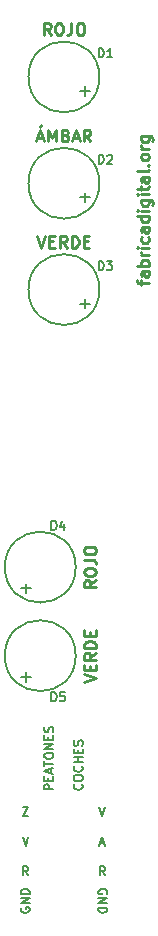
<source format=gto>
G04 #@! TF.FileFunction,Legend,Top*
%FSLAX46Y46*%
G04 Gerber Fmt 4.6, Leading zero omitted, Abs format (unit mm)*
G04 Created by KiCad (PCBNEW 4.0.6-e0-6349~53~ubuntu16.04.1) date Fri Mar 24 12:12:28 2017*
%MOMM*%
%LPD*%
G01*
G04 APERTURE LIST*
%ADD10C,0.100000*%
%ADD11C,0.250000*%
%ADD12C,0.187500*%
%ADD13C,0.180000*%
%ADD14C,0.150000*%
G04 APERTURE END LIST*
D10*
D11*
X10535714Y54392857D02*
X10535714Y54773809D01*
X11202381Y54535714D02*
X10345238Y54535714D01*
X10250000Y54583333D01*
X10202381Y54678571D01*
X10202381Y54773809D01*
X11202381Y55535715D02*
X10678571Y55535715D01*
X10583333Y55488096D01*
X10535714Y55392858D01*
X10535714Y55202381D01*
X10583333Y55107143D01*
X11154762Y55535715D02*
X11202381Y55440477D01*
X11202381Y55202381D01*
X11154762Y55107143D01*
X11059524Y55059524D01*
X10964286Y55059524D01*
X10869048Y55107143D01*
X10821429Y55202381D01*
X10821429Y55440477D01*
X10773810Y55535715D01*
X11202381Y56011905D02*
X10202381Y56011905D01*
X10583333Y56011905D02*
X10535714Y56107143D01*
X10535714Y56297620D01*
X10583333Y56392858D01*
X10630952Y56440477D01*
X10726190Y56488096D01*
X11011905Y56488096D01*
X11107143Y56440477D01*
X11154762Y56392858D01*
X11202381Y56297620D01*
X11202381Y56107143D01*
X11154762Y56011905D01*
X11202381Y56916667D02*
X10535714Y56916667D01*
X10726190Y56916667D02*
X10630952Y56964286D01*
X10583333Y57011905D01*
X10535714Y57107143D01*
X10535714Y57202382D01*
X11202381Y57535715D02*
X10535714Y57535715D01*
X10202381Y57535715D02*
X10250000Y57488096D01*
X10297619Y57535715D01*
X10250000Y57583334D01*
X10202381Y57535715D01*
X10297619Y57535715D01*
X11154762Y58440477D02*
X11202381Y58345239D01*
X11202381Y58154762D01*
X11154762Y58059524D01*
X11107143Y58011905D01*
X11011905Y57964286D01*
X10726190Y57964286D01*
X10630952Y58011905D01*
X10583333Y58059524D01*
X10535714Y58154762D01*
X10535714Y58345239D01*
X10583333Y58440477D01*
X11202381Y59297620D02*
X10678571Y59297620D01*
X10583333Y59250001D01*
X10535714Y59154763D01*
X10535714Y58964286D01*
X10583333Y58869048D01*
X11154762Y59297620D02*
X11202381Y59202382D01*
X11202381Y58964286D01*
X11154762Y58869048D01*
X11059524Y58821429D01*
X10964286Y58821429D01*
X10869048Y58869048D01*
X10821429Y58964286D01*
X10821429Y59202382D01*
X10773810Y59297620D01*
X11202381Y60202382D02*
X10202381Y60202382D01*
X11154762Y60202382D02*
X11202381Y60107144D01*
X11202381Y59916667D01*
X11154762Y59821429D01*
X11107143Y59773810D01*
X11011905Y59726191D01*
X10726190Y59726191D01*
X10630952Y59773810D01*
X10583333Y59821429D01*
X10535714Y59916667D01*
X10535714Y60107144D01*
X10583333Y60202382D01*
X11202381Y60678572D02*
X10535714Y60678572D01*
X10202381Y60678572D02*
X10250000Y60630953D01*
X10297619Y60678572D01*
X10250000Y60726191D01*
X10202381Y60678572D01*
X10297619Y60678572D01*
X10535714Y61583334D02*
X11345238Y61583334D01*
X11440476Y61535715D01*
X11488095Y61488096D01*
X11535714Y61392857D01*
X11535714Y61250000D01*
X11488095Y61154762D01*
X11154762Y61583334D02*
X11202381Y61488096D01*
X11202381Y61297619D01*
X11154762Y61202381D01*
X11107143Y61154762D01*
X11011905Y61107143D01*
X10726190Y61107143D01*
X10630952Y61154762D01*
X10583333Y61202381D01*
X10535714Y61297619D01*
X10535714Y61488096D01*
X10583333Y61583334D01*
X11202381Y62059524D02*
X10535714Y62059524D01*
X10202381Y62059524D02*
X10250000Y62011905D01*
X10297619Y62059524D01*
X10250000Y62107143D01*
X10202381Y62059524D01*
X10297619Y62059524D01*
X10535714Y62392857D02*
X10535714Y62773809D01*
X10202381Y62535714D02*
X11059524Y62535714D01*
X11154762Y62583333D01*
X11202381Y62678571D01*
X11202381Y62773809D01*
X11202381Y63535715D02*
X10678571Y63535715D01*
X10583333Y63488096D01*
X10535714Y63392858D01*
X10535714Y63202381D01*
X10583333Y63107143D01*
X11154762Y63535715D02*
X11202381Y63440477D01*
X11202381Y63202381D01*
X11154762Y63107143D01*
X11059524Y63059524D01*
X10964286Y63059524D01*
X10869048Y63107143D01*
X10821429Y63202381D01*
X10821429Y63440477D01*
X10773810Y63535715D01*
X11202381Y64154762D02*
X11154762Y64059524D01*
X11059524Y64011905D01*
X10202381Y64011905D01*
X11107143Y64535715D02*
X11154762Y64583334D01*
X11202381Y64535715D01*
X11154762Y64488096D01*
X11107143Y64535715D01*
X11202381Y64535715D01*
X11202381Y65154762D02*
X11154762Y65059524D01*
X11107143Y65011905D01*
X11011905Y64964286D01*
X10726190Y64964286D01*
X10630952Y65011905D01*
X10583333Y65059524D01*
X10535714Y65154762D01*
X10535714Y65297620D01*
X10583333Y65392858D01*
X10630952Y65440477D01*
X10726190Y65488096D01*
X11011905Y65488096D01*
X11107143Y65440477D01*
X11154762Y65392858D01*
X11202381Y65297620D01*
X11202381Y65154762D01*
X11202381Y65916667D02*
X10535714Y65916667D01*
X10726190Y65916667D02*
X10630952Y65964286D01*
X10583333Y66011905D01*
X10535714Y66107143D01*
X10535714Y66202382D01*
X10535714Y66964287D02*
X11345238Y66964287D01*
X11440476Y66916668D01*
X11488095Y66869049D01*
X11535714Y66773810D01*
X11535714Y66630953D01*
X11488095Y66535715D01*
X11154762Y66964287D02*
X11202381Y66869049D01*
X11202381Y66678572D01*
X11154762Y66583334D01*
X11107143Y66535715D01*
X11011905Y66488096D01*
X10726190Y66488096D01*
X10630952Y66535715D01*
X10583333Y66583334D01*
X10535714Y66678572D01*
X10535714Y66869049D01*
X10583333Y66964287D01*
D12*
X500000Y10160714D02*
X1000000Y10160714D01*
X500000Y9410714D01*
X1000000Y9410714D01*
X5517857Y12107143D02*
X5553571Y12071429D01*
X5589286Y11964286D01*
X5589286Y11892857D01*
X5553571Y11785714D01*
X5482143Y11714286D01*
X5410714Y11678571D01*
X5267857Y11642857D01*
X5160714Y11642857D01*
X5017857Y11678571D01*
X4946429Y11714286D01*
X4875000Y11785714D01*
X4839286Y11892857D01*
X4839286Y11964286D01*
X4875000Y12071429D01*
X4910714Y12107143D01*
X4839286Y12571429D02*
X4839286Y12714286D01*
X4875000Y12785714D01*
X4946429Y12857143D01*
X5089286Y12892857D01*
X5339286Y12892857D01*
X5482143Y12857143D01*
X5553571Y12785714D01*
X5589286Y12714286D01*
X5589286Y12571429D01*
X5553571Y12500000D01*
X5482143Y12428571D01*
X5339286Y12392857D01*
X5089286Y12392857D01*
X4946429Y12428571D01*
X4875000Y12500000D01*
X4839286Y12571429D01*
X5517857Y13642857D02*
X5553571Y13607143D01*
X5589286Y13500000D01*
X5589286Y13428571D01*
X5553571Y13321428D01*
X5482143Y13250000D01*
X5410714Y13214285D01*
X5267857Y13178571D01*
X5160714Y13178571D01*
X5017857Y13214285D01*
X4946429Y13250000D01*
X4875000Y13321428D01*
X4839286Y13428571D01*
X4839286Y13500000D01*
X4875000Y13607143D01*
X4910714Y13642857D01*
X5589286Y13964285D02*
X4839286Y13964285D01*
X5196429Y13964285D02*
X5196429Y14392857D01*
X5589286Y14392857D02*
X4839286Y14392857D01*
X5196429Y14749999D02*
X5196429Y14999999D01*
X5589286Y15107142D02*
X5589286Y14749999D01*
X4839286Y14749999D01*
X4839286Y15107142D01*
X5553571Y15392856D02*
X5589286Y15499999D01*
X5589286Y15678570D01*
X5553571Y15749999D01*
X5517857Y15785713D01*
X5446429Y15821428D01*
X5375000Y15821428D01*
X5303571Y15785713D01*
X5267857Y15749999D01*
X5232143Y15678570D01*
X5196429Y15535713D01*
X5160714Y15464285D01*
X5125000Y15428570D01*
X5053571Y15392856D01*
X4982143Y15392856D01*
X4910714Y15428570D01*
X4875000Y15464285D01*
X4839286Y15535713D01*
X4839286Y15714285D01*
X4875000Y15821428D01*
X7625000Y2821428D02*
X7660714Y2892857D01*
X7660714Y3000000D01*
X7625000Y3107143D01*
X7553571Y3178571D01*
X7482143Y3214286D01*
X7339286Y3250000D01*
X7232143Y3250000D01*
X7089286Y3214286D01*
X7017857Y3178571D01*
X6946429Y3107143D01*
X6910714Y3000000D01*
X6910714Y2928571D01*
X6946429Y2821428D01*
X6982143Y2785714D01*
X7232143Y2785714D01*
X7232143Y2928571D01*
X6910714Y2464286D02*
X7660714Y2464286D01*
X6910714Y2035714D01*
X7660714Y2035714D01*
X6910714Y1678572D02*
X7660714Y1678572D01*
X7660714Y1500000D01*
X7625000Y1392857D01*
X7553571Y1321429D01*
X7482143Y1285714D01*
X7339286Y1250000D01*
X7232143Y1250000D01*
X7089286Y1285714D01*
X7017857Y1321429D01*
X6946429Y1392857D01*
X6910714Y1500000D01*
X6910714Y1678572D01*
X375000Y1678572D02*
X339286Y1607143D01*
X339286Y1500000D01*
X375000Y1392857D01*
X446429Y1321429D01*
X517857Y1285714D01*
X660714Y1250000D01*
X767857Y1250000D01*
X910714Y1285714D01*
X982143Y1321429D01*
X1053571Y1392857D01*
X1089286Y1500000D01*
X1089286Y1571429D01*
X1053571Y1678572D01*
X1017857Y1714286D01*
X767857Y1714286D01*
X767857Y1571429D01*
X1089286Y2035714D02*
X339286Y2035714D01*
X1089286Y2464286D01*
X339286Y2464286D01*
X1089286Y2821428D02*
X339286Y2821428D01*
X339286Y3000000D01*
X375000Y3107143D01*
X446429Y3178571D01*
X517857Y3214286D01*
X660714Y3250000D01*
X767857Y3250000D01*
X910714Y3214286D01*
X982143Y3178571D01*
X1053571Y3107143D01*
X1089286Y3000000D01*
X1089286Y2821428D01*
X7071429Y7125000D02*
X7428572Y7125000D01*
X7000001Y6910714D02*
X7250001Y7660714D01*
X7500001Y6910714D01*
X7482143Y4410714D02*
X7232143Y4767857D01*
X7053571Y4410714D02*
X7053571Y5160714D01*
X7339286Y5160714D01*
X7410714Y5125000D01*
X7446429Y5089286D01*
X7482143Y5017857D01*
X7482143Y4910714D01*
X7446429Y4839286D01*
X7410714Y4803571D01*
X7339286Y4767857D01*
X7053571Y4767857D01*
X7000001Y10160714D02*
X7250001Y9410714D01*
X7500001Y10160714D01*
X982143Y4410714D02*
X732143Y4767857D01*
X553571Y4410714D02*
X553571Y5160714D01*
X839286Y5160714D01*
X910714Y5125000D01*
X946429Y5089286D01*
X982143Y5017857D01*
X982143Y4910714D01*
X946429Y4839286D01*
X910714Y4803571D01*
X839286Y4767857D01*
X553571Y4767857D01*
X500001Y7660714D02*
X750001Y6910714D01*
X1000001Y7660714D01*
X3089286Y11678571D02*
X2339286Y11678571D01*
X2339286Y11964286D01*
X2375000Y12035714D01*
X2410714Y12071429D01*
X2482143Y12107143D01*
X2589286Y12107143D01*
X2660714Y12071429D01*
X2696429Y12035714D01*
X2732143Y11964286D01*
X2732143Y11678571D01*
X2696429Y12428571D02*
X2696429Y12678571D01*
X3089286Y12785714D02*
X3089286Y12428571D01*
X2339286Y12428571D01*
X2339286Y12785714D01*
X2875000Y13071428D02*
X2875000Y13428571D01*
X3089286Y13000000D02*
X2339286Y13250000D01*
X3089286Y13500000D01*
X2339286Y13642857D02*
X2339286Y14071428D01*
X3089286Y13857142D02*
X2339286Y13857142D01*
X2339286Y14464286D02*
X2339286Y14607143D01*
X2375000Y14678571D01*
X2446429Y14750000D01*
X2589286Y14785714D01*
X2839286Y14785714D01*
X2982143Y14750000D01*
X3053571Y14678571D01*
X3089286Y14607143D01*
X3089286Y14464286D01*
X3053571Y14392857D01*
X2982143Y14321428D01*
X2839286Y14285714D01*
X2589286Y14285714D01*
X2446429Y14321428D01*
X2375000Y14392857D01*
X2339286Y14464286D01*
X3089286Y15107142D02*
X2339286Y15107142D01*
X3089286Y15535714D01*
X2339286Y15535714D01*
X2696429Y15892856D02*
X2696429Y16142856D01*
X3089286Y16249999D02*
X3089286Y15892856D01*
X2339286Y15892856D01*
X2339286Y16249999D01*
X3053571Y16535713D02*
X3089286Y16642856D01*
X3089286Y16821427D01*
X3053571Y16892856D01*
X3017857Y16928570D01*
X2946429Y16964285D01*
X2875000Y16964285D01*
X2803571Y16928570D01*
X2767857Y16892856D01*
X2732143Y16821427D01*
X2696429Y16678570D01*
X2660714Y16607142D01*
X2625000Y16571427D01*
X2553571Y16535713D01*
X2482143Y16535713D01*
X2410714Y16571427D01*
X2375000Y16607142D01*
X2339286Y16678570D01*
X2339286Y16857142D01*
X2375000Y16964285D01*
D11*
X5702381Y20761905D02*
X6702381Y21095238D01*
X5702381Y21428572D01*
X6178571Y21761905D02*
X6178571Y22095239D01*
X6702381Y22238096D02*
X6702381Y21761905D01*
X5702381Y21761905D01*
X5702381Y22238096D01*
X6702381Y23238096D02*
X6226190Y22904762D01*
X6702381Y22666667D02*
X5702381Y22666667D01*
X5702381Y23047620D01*
X5750000Y23142858D01*
X5797619Y23190477D01*
X5892857Y23238096D01*
X6035714Y23238096D01*
X6130952Y23190477D01*
X6178571Y23142858D01*
X6226190Y23047620D01*
X6226190Y22666667D01*
X6702381Y23666667D02*
X5702381Y23666667D01*
X5702381Y23904762D01*
X5750000Y24047620D01*
X5845238Y24142858D01*
X5940476Y24190477D01*
X6130952Y24238096D01*
X6273810Y24238096D01*
X6464286Y24190477D01*
X6559524Y24142858D01*
X6654762Y24047620D01*
X6702381Y23904762D01*
X6702381Y23666667D01*
X6178571Y24666667D02*
X6178571Y25000001D01*
X6702381Y25142858D02*
X6702381Y24666667D01*
X5702381Y24666667D01*
X5702381Y25142858D01*
X6702381Y29380953D02*
X6226190Y29047619D01*
X6702381Y28809524D02*
X5702381Y28809524D01*
X5702381Y29190477D01*
X5750000Y29285715D01*
X5797619Y29333334D01*
X5892857Y29380953D01*
X6035714Y29380953D01*
X6130952Y29333334D01*
X6178571Y29285715D01*
X6226190Y29190477D01*
X6226190Y28809524D01*
X5702381Y30000000D02*
X5702381Y30190477D01*
X5750000Y30285715D01*
X5845238Y30380953D01*
X6035714Y30428572D01*
X6369048Y30428572D01*
X6559524Y30380953D01*
X6654762Y30285715D01*
X6702381Y30190477D01*
X6702381Y30000000D01*
X6654762Y29904762D01*
X6559524Y29809524D01*
X6369048Y29761905D01*
X6035714Y29761905D01*
X5845238Y29809524D01*
X5750000Y29904762D01*
X5702381Y30000000D01*
X5702381Y31142858D02*
X6416667Y31142858D01*
X6559524Y31095238D01*
X6654762Y31000000D01*
X6702381Y30857143D01*
X6702381Y30761905D01*
X5702381Y31809524D02*
X5702381Y32000001D01*
X5750000Y32095239D01*
X5845238Y32190477D01*
X6035714Y32238096D01*
X6369048Y32238096D01*
X6559524Y32190477D01*
X6654762Y32095239D01*
X6702381Y32000001D01*
X6702381Y31809524D01*
X6654762Y31714286D01*
X6559524Y31619048D01*
X6369048Y31571429D01*
X6035714Y31571429D01*
X5845238Y31619048D01*
X5750000Y31714286D01*
X5702381Y31809524D01*
X1761905Y58547619D02*
X2095238Y57547619D01*
X2428572Y58547619D01*
X2761905Y58071429D02*
X3095239Y58071429D01*
X3238096Y57547619D02*
X2761905Y57547619D01*
X2761905Y58547619D01*
X3238096Y58547619D01*
X4238096Y57547619D02*
X3904762Y58023810D01*
X3666667Y57547619D02*
X3666667Y58547619D01*
X4047620Y58547619D01*
X4142858Y58500000D01*
X4190477Y58452381D01*
X4238096Y58357143D01*
X4238096Y58214286D01*
X4190477Y58119048D01*
X4142858Y58071429D01*
X4047620Y58023810D01*
X3666667Y58023810D01*
X4666667Y57547619D02*
X4666667Y58547619D01*
X4904762Y58547619D01*
X5047620Y58500000D01*
X5142858Y58404762D01*
X5190477Y58309524D01*
X5238096Y58119048D01*
X5238096Y57976190D01*
X5190477Y57785714D01*
X5142858Y57690476D01*
X5047620Y57595238D01*
X4904762Y57547619D01*
X4666667Y57547619D01*
X5666667Y58071429D02*
X6000001Y58071429D01*
X6142858Y57547619D02*
X5666667Y57547619D01*
X5666667Y58547619D01*
X6142858Y58547619D01*
X1761905Y66833333D02*
X2238096Y66833333D01*
X1666667Y66547619D02*
X2000000Y67547619D01*
X2333334Y66547619D01*
X2095239Y67928571D02*
X1952381Y67785714D01*
X2666667Y66547619D02*
X2666667Y67547619D01*
X3000001Y66833333D01*
X3333334Y67547619D01*
X3333334Y66547619D01*
X4142858Y67071429D02*
X4285715Y67023810D01*
X4333334Y66976190D01*
X4380953Y66880952D01*
X4380953Y66738095D01*
X4333334Y66642857D01*
X4285715Y66595238D01*
X4190477Y66547619D01*
X3809524Y66547619D01*
X3809524Y67547619D01*
X4142858Y67547619D01*
X4238096Y67500000D01*
X4285715Y67452381D01*
X4333334Y67357143D01*
X4333334Y67261905D01*
X4285715Y67166667D01*
X4238096Y67119048D01*
X4142858Y67071429D01*
X3809524Y67071429D01*
X4761905Y66833333D02*
X5238096Y66833333D01*
X4666667Y66547619D02*
X5000000Y67547619D01*
X5333334Y66547619D01*
X6238096Y66547619D02*
X5904762Y67023810D01*
X5666667Y66547619D02*
X5666667Y67547619D01*
X6047620Y67547619D01*
X6142858Y67500000D01*
X6190477Y67452381D01*
X6238096Y67357143D01*
X6238096Y67214286D01*
X6190477Y67119048D01*
X6142858Y67071429D01*
X6047620Y67023810D01*
X5666667Y67023810D01*
X2880953Y75547619D02*
X2547619Y76023810D01*
X2309524Y75547619D02*
X2309524Y76547619D01*
X2690477Y76547619D01*
X2785715Y76500000D01*
X2833334Y76452381D01*
X2880953Y76357143D01*
X2880953Y76214286D01*
X2833334Y76119048D01*
X2785715Y76071429D01*
X2690477Y76023810D01*
X2309524Y76023810D01*
X3500000Y76547619D02*
X3690477Y76547619D01*
X3785715Y76500000D01*
X3880953Y76404762D01*
X3928572Y76214286D01*
X3928572Y75880952D01*
X3880953Y75690476D01*
X3785715Y75595238D01*
X3690477Y75547619D01*
X3500000Y75547619D01*
X3404762Y75595238D01*
X3309524Y75690476D01*
X3261905Y75880952D01*
X3261905Y76214286D01*
X3309524Y76404762D01*
X3404762Y76500000D01*
X3500000Y76547619D01*
X4642858Y76547619D02*
X4642858Y75833333D01*
X4595238Y75690476D01*
X4500000Y75595238D01*
X4357143Y75547619D01*
X4261905Y75547619D01*
X5309524Y76547619D02*
X5500001Y76547619D01*
X5595239Y76500000D01*
X5690477Y76404762D01*
X5738096Y76214286D01*
X5738096Y75880952D01*
X5690477Y75690476D01*
X5595239Y75595238D01*
X5500001Y75547619D01*
X5309524Y75547619D01*
X5214286Y75595238D01*
X5119048Y75690476D01*
X5071429Y75880952D01*
X5071429Y76214286D01*
X5119048Y76404762D01*
X5214286Y76500000D01*
X5309524Y76547619D01*
D13*
X6200000Y70800000D02*
X5400000Y70800000D01*
X5800000Y71200000D02*
X5800000Y70400000D01*
X7000000Y72000000D02*
G75*
G03X7000000Y72000000I-3000000J0D01*
G01*
X6200000Y61800000D02*
X5400000Y61800000D01*
X5800000Y62200000D02*
X5800000Y61400000D01*
X7000000Y63000000D02*
G75*
G03X7000000Y63000000I-3000000J0D01*
G01*
X6200000Y52800000D02*
X5400000Y52800000D01*
X5800000Y53200000D02*
X5800000Y52400000D01*
X7000000Y54000000D02*
G75*
G03X7000000Y54000000I-3000000J0D01*
G01*
X800000Y28300000D02*
X800000Y29100000D01*
X1200000Y28700000D02*
X400000Y28700000D01*
X5000000Y30500000D02*
G75*
G03X5000000Y30500000I-3000000J0D01*
G01*
X800000Y20800000D02*
X800000Y21600000D01*
X1200000Y21200000D02*
X400000Y21200000D01*
X5000000Y23000000D02*
G75*
G03X5000000Y23000000I-3000000J0D01*
G01*
D14*
X6946428Y73660714D02*
X6946428Y74410714D01*
X7125000Y74410714D01*
X7232143Y74375000D01*
X7303571Y74303571D01*
X7339286Y74232143D01*
X7375000Y74089286D01*
X7375000Y73982143D01*
X7339286Y73839286D01*
X7303571Y73767857D01*
X7232143Y73696429D01*
X7125000Y73660714D01*
X6946428Y73660714D01*
X8089286Y73660714D02*
X7660714Y73660714D01*
X7875000Y73660714D02*
X7875000Y74410714D01*
X7803571Y74303571D01*
X7732143Y74232143D01*
X7660714Y74196429D01*
X6946428Y64660714D02*
X6946428Y65410714D01*
X7125000Y65410714D01*
X7232143Y65375000D01*
X7303571Y65303571D01*
X7339286Y65232143D01*
X7375000Y65089286D01*
X7375000Y64982143D01*
X7339286Y64839286D01*
X7303571Y64767857D01*
X7232143Y64696429D01*
X7125000Y64660714D01*
X6946428Y64660714D01*
X7660714Y65339286D02*
X7696428Y65375000D01*
X7767857Y65410714D01*
X7946428Y65410714D01*
X8017857Y65375000D01*
X8053571Y65339286D01*
X8089286Y65267857D01*
X8089286Y65196429D01*
X8053571Y65089286D01*
X7625000Y64660714D01*
X8089286Y64660714D01*
X6946428Y55660714D02*
X6946428Y56410714D01*
X7125000Y56410714D01*
X7232143Y56375000D01*
X7303571Y56303571D01*
X7339286Y56232143D01*
X7375000Y56089286D01*
X7375000Y55982143D01*
X7339286Y55839286D01*
X7303571Y55767857D01*
X7232143Y55696429D01*
X7125000Y55660714D01*
X6946428Y55660714D01*
X7625000Y56410714D02*
X8089286Y56410714D01*
X7839286Y56125000D01*
X7946428Y56125000D01*
X8017857Y56089286D01*
X8053571Y56053571D01*
X8089286Y55982143D01*
X8089286Y55803571D01*
X8053571Y55732143D01*
X8017857Y55696429D01*
X7946428Y55660714D01*
X7732143Y55660714D01*
X7660714Y55696429D01*
X7625000Y55732143D01*
X2946428Y33660714D02*
X2946428Y34410714D01*
X3125000Y34410714D01*
X3232143Y34375000D01*
X3303571Y34303571D01*
X3339286Y34232143D01*
X3375000Y34089286D01*
X3375000Y33982143D01*
X3339286Y33839286D01*
X3303571Y33767857D01*
X3232143Y33696429D01*
X3125000Y33660714D01*
X2946428Y33660714D01*
X4017857Y34160714D02*
X4017857Y33660714D01*
X3839286Y34446429D02*
X3660714Y33910714D01*
X4125000Y33910714D01*
X2946428Y19160714D02*
X2946428Y19910714D01*
X3125000Y19910714D01*
X3232143Y19875000D01*
X3303571Y19803571D01*
X3339286Y19732143D01*
X3375000Y19589286D01*
X3375000Y19482143D01*
X3339286Y19339286D01*
X3303571Y19267857D01*
X3232143Y19196429D01*
X3125000Y19160714D01*
X2946428Y19160714D01*
X4053571Y19910714D02*
X3696428Y19910714D01*
X3660714Y19553571D01*
X3696428Y19589286D01*
X3767857Y19625000D01*
X3946428Y19625000D01*
X4017857Y19589286D01*
X4053571Y19553571D01*
X4089286Y19482143D01*
X4089286Y19303571D01*
X4053571Y19232143D01*
X4017857Y19196429D01*
X3946428Y19160714D01*
X3767857Y19160714D01*
X3696428Y19196429D01*
X3660714Y19232143D01*
M02*

</source>
